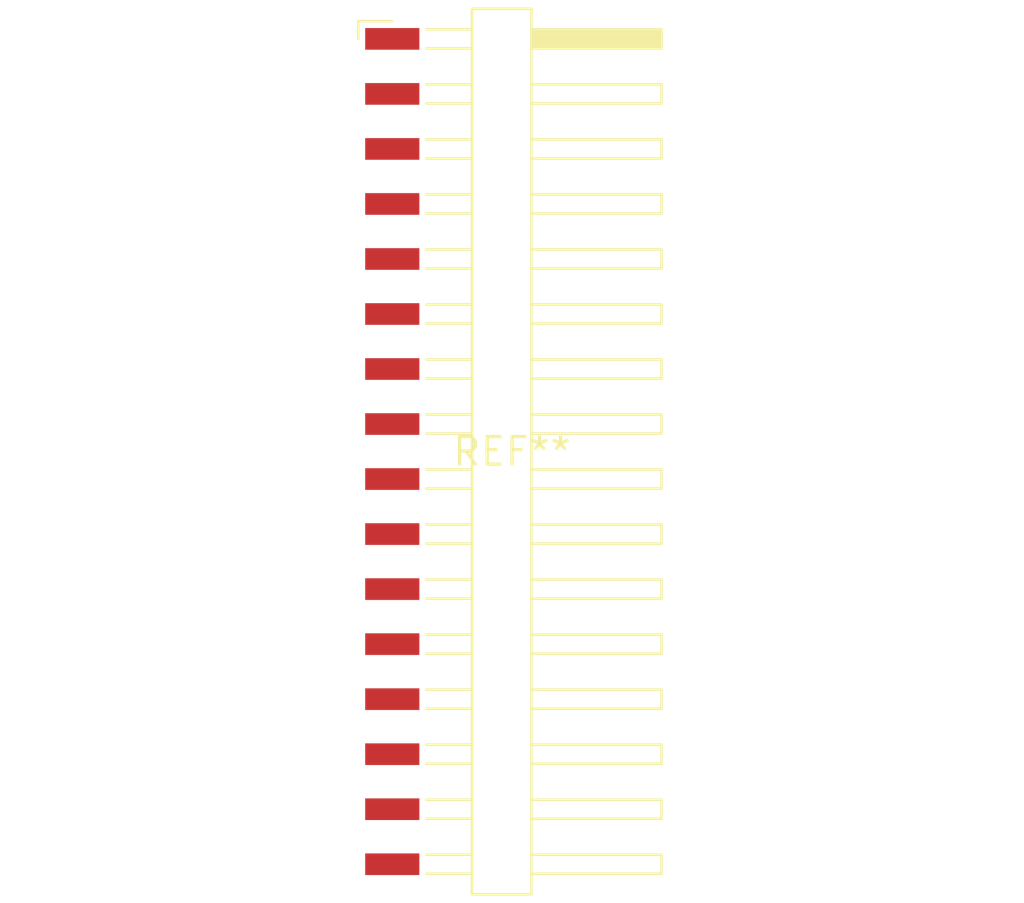
<source format=kicad_pcb>
(kicad_pcb (version 20240108) (generator pcbnew)
  (layers (0 "F.Cu" signal) (31 "B.Cu" signal) (34 "B.Paste" user) (35 "F.Paste" user) (36 "B.SilkS" user "B.Silkscreen") (37 "F.SilkS" user "F.Silkscreen") (38 "B.Mask" user) (39 "F.Mask" user) (44 "Edge.Cuts" user))
  (net 0 "")
  (footprint "Harwin_M20-89016xx_1x16_P2.54mm_Horizontal" (layer "F.Cu") (at 0 0)
    (property "Reference" "REF**")
    (property "Value" "Harwin_M20-89016xx_1x16_P2.54mm_Horizontal")
    (fp_line (start -7.095 -19.87) (end -5.525 -19.87) (layer "F.SilkS") (stroke (width 0.12)))
    (fp_line (start -7.095 -19.05) (end -7.095 -19.87) (layer "F.SilkS") (stroke (width 0.12)))
    (fp_line (start -3.955 -19.49) (end -1.845 -19.49) (layer "F.SilkS") (stroke (width 0.12)))
    (fp_line (start -3.955 -18.61) (end -1.845 -18.61) (layer "F.SilkS") (stroke (width 0.12)))
    (fp_line (start -3.955 -16.95) (end -1.845 -16.95) (layer "F.SilkS") (stroke (width 0.12)))
    (fp_line (start -3.955 -16.07) (end -1.845 -16.07) (layer "F.SilkS") (stroke (width 0.12)))
    (fp_line (start -3.955 -14.41) (end -1.845 -14.41) (layer "F.SilkS") (stroke (width 0.12)))
    (fp_line (start -3.955 -13.53) (end -1.845 -13.53) (layer "F.SilkS") (stroke (width 0.12)))
    (fp_line (start -3.955 -11.87) (end -1.845 -11.87) (layer "F.SilkS") (stroke (width 0.12)))
    (fp_line (start -3.955 -10.99) (end -1.845 -10.99) (layer "F.SilkS") (stroke (width 0.12)))
    (fp_line (start -3.955 -9.33) (end -1.845 -9.33) (layer "F.SilkS") (stroke (width 0.12)))
    (fp_line (start -3.955 -8.45) (end -1.845 -8.45) (layer "F.SilkS") (stroke (width 0.12)))
    (fp_line (start -3.955 -6.79) (end -1.845 -6.79) (layer "F.SilkS") (stroke (width 0.12)))
    (fp_line (start -3.955 -5.91) (end -1.845 -5.91) (layer "F.SilkS") (stroke (width 0.12)))
    (fp_line (start -3.955 -4.25) (end -1.845 -4.25) (layer "F.SilkS") (stroke (width 0.12)))
    (fp_line (start -3.955 -3.37) (end -1.845 -3.37) (layer "F.SilkS") (stroke (width 0.12)))
    (fp_line (start -3.955 -1.71) (end -1.845 -1.71) (layer "F.SilkS") (stroke (width 0.12)))
    (fp_line (start -3.955 -0.83) (end -1.845 -0.83) (layer "F.SilkS") (stroke (width 0.12)))
    (fp_line (start -3.955 0.83) (end -1.845 0.83) (layer "F.SilkS") (stroke (width 0.12)))
    (fp_line (start -3.955 1.71) (end -1.845 1.71) (layer "F.SilkS") (stroke (width 0.12)))
    (fp_line (start -3.955 3.37) (end -1.845 3.37) (layer "F.SilkS") (stroke (width 0.12)))
    (fp_line (start -3.955 4.25) (end -1.845 4.25) (layer "F.SilkS") (stroke (width 0.12)))
    (fp_line (start -3.955 5.91) (end -1.845 5.91) (layer "F.SilkS") (stroke (width 0.12)))
    (fp_line (start -3.955 6.79) (end -1.845 6.79) (layer "F.SilkS") (stroke (width 0.12)))
    (fp_line (start -3.955 8.45) (end -1.845 8.45) (layer "F.SilkS") (stroke (width 0.12)))
    (fp_line (start -3.955 9.33) (end -1.845 9.33) (layer "F.SilkS") (stroke (width 0.12)))
    (fp_line (start -3.955 10.99) (end -1.845 10.99) (layer "F.SilkS") (stroke (width 0.12)))
    (fp_line (start -3.955 11.87) (end -1.845 11.87) (layer "F.SilkS") (stroke (width 0.12)))
    (fp_line (start -3.955 13.53) (end -1.845 13.53) (layer "F.SilkS") (stroke (width 0.12)))
    (fp_line (start -3.955 14.41) (end -1.845 14.41) (layer "F.SilkS") (stroke (width 0.12)))
    (fp_line (start -3.955 16.07) (end -1.845 16.07) (layer "F.SilkS") (stroke (width 0.12)))
    (fp_line (start -3.955 16.95) (end -1.845 16.95) (layer "F.SilkS") (stroke (width 0.12)))
    (fp_line (start -3.955 18.61) (end -1.845 18.61) (layer "F.SilkS") (stroke (width 0.12)))
    (fp_line (start -3.955 19.49) (end -1.845 19.49) (layer "F.SilkS") (stroke (width 0.12)))
    (fp_line (start -1.845 -20.44) (end 0.895 -20.44) (layer "F.SilkS") (stroke (width 0.12)))
    (fp_line (start -1.845 20.44) (end -1.845 -20.44) (layer "F.SilkS") (stroke (width 0.12)))
    (fp_line (start 0.895 -20.44) (end 0.895 20.44) (layer "F.SilkS") (stroke (width 0.12)))
    (fp_line (start 0.895 -19.49) (end 6.895 -19.49) (layer "F.SilkS") (stroke (width 0.12)))
    (fp_line (start 0.895 -16.95) (end 6.895 -16.95) (layer "F.SilkS") (stroke (width 0.12)))
    (fp_line (start 0.895 -14.41) (end 6.895 -14.41) (layer "F.SilkS") (stroke (width 0.12)))
    (fp_line (start 0.895 -11.87) (end 6.895 -11.87) (layer "F.SilkS") (stroke (width 0.12)))
    (fp_line (start 0.895 -9.33) (end 6.895 -9.33) (layer "F.SilkS") (stroke (width 0.12)))
    (fp_line (start 0.895 -6.79) (end 6.895 -6.79) (layer "F.SilkS") (stroke (width 0.12)))
    (fp_line (start 0.895 -4.25) (end 6.895 -4.25) (layer "F.SilkS") (stroke (width 0.12)))
    (fp_line (start 0.895 -1.71) (end 6.895 -1.71) (layer "F.SilkS") (stroke (width 0.12)))
    (fp_line (start 0.895 0.83) (end 6.895 0.83) (layer "F.SilkS") (stroke (width 0.12)))
    (fp_line (start 0.895 3.37) (end 6.895 3.37) (layer "F.SilkS") (stroke (width 0.12)))
    (fp_line (start 0.895 5.91) (end 6.895 5.91) (layer "F.SilkS") (stroke (width 0.12)))
    (fp_line (start 0.895 8.45) (end 6.895 8.45) (layer "F.SilkS") (stroke (width 0.12)))
    (fp_line (start 0.895 10.99) (end 6.895 10.99) (layer "F.SilkS") (stroke (width 0.12)))
    (fp_line (start 0.895 13.53) (end 6.895 13.53) (layer "F.SilkS") (stroke (width 0.12)))
    (fp_line (start 0.895 16.07) (end 6.895 16.07) (layer "F.SilkS") (stroke (width 0.12)))
    (fp_line (start 0.895 18.61) (end 6.895 18.61) (layer "F.SilkS") (stroke (width 0.12)))
    (fp_line (start 0.895 20.44) (end -1.845 20.44) (layer "F.SilkS") (stroke (width 0.12)))
    (fp_line (start 6.895 -19.49) (end 6.895 -18.61) (layer "F.SilkS") (stroke (width 0.12)))
    (fp_line (start 6.895 -18.61) (end 0.895 -18.61) (layer "F.SilkS") (stroke (width 0.12)))
    (fp_line (start 6.895 -16.95) (end 6.895 -16.07) (layer "F.SilkS") (stroke (width 0.12)))
    (fp_line (start 6.895 -16.07) (end 0.895 -16.07) (layer "F.SilkS") (stroke (width 0.12)))
    (fp_line (start 6.895 -14.41) (end 6.895 -13.53) (layer "F.SilkS") (stroke (width 0.12)))
    (fp_line (start 6.895 -13.53) (end 0.895 -13.53) (layer "F.SilkS") (stroke (width 0.12)))
    (fp_line (start 6.895 -11.87) (end 6.895 -10.99) (layer "F.SilkS") (stroke (width 0.12)))
    (fp_line (start 6.895 -10.99) (end 0.895 -10.99) (layer "F.SilkS") (stroke (width 0.12)))
    (fp_line (start 6.895 -9.33) (end 6.895 -8.45) (layer "F.SilkS") (stroke (width 0.12)))
    (fp_line (start 6.895 -8.45) (end 0.895 -8.45) (layer "F.SilkS") (stroke (width 0.12)))
    (fp_line (start 6.895 -6.79) (end 6.895 -5.91) (layer "F.SilkS") (stroke (width 0.12)))
    (fp_line (start 6.895 -5.91) (end 0.895 -5.91) (layer "F.SilkS") (stroke (width 0.12)))
    (fp_line (start 6.895 -4.25) (end 6.895 -3.37) (layer "F.SilkS") (stroke (width 0.12)))
    (fp_line (start 6.895 -3.37) (end 0.895 -3.37) (layer "F.SilkS") (stroke (width 0.12)))
    (fp_line (start 6.895 -1.71) (end 6.895 -0.83) (layer "F.SilkS") (stroke (width 0.12)))
    (fp_line (start 6.895 -0.83) (end 0.895 -0.83) (layer "F.SilkS") (stroke (width 0.12)))
    (fp_line (start 6.895 0.83) (end 6.895 1.71) (layer "F.SilkS") (stroke (width 0.12)))
    (fp_line (start 6.895 1.71) (end 0.895 1.71) (layer "F.SilkS") (stroke (width 0.12)))
    (fp_line (start 6.895 3.37) (end 6.895 4.25) (layer "F.SilkS") (stroke (width 0.12)))
    (fp_line (start 6.895 4.25) (end 0.895 4.25) (layer "F.SilkS") (stroke (width 0.12)))
    (fp_line (start 6.895 5.91) (end 6.895 6.79) (layer "F.SilkS") (stroke (width 0.12)))
    (fp_line (start 6.895 6.79) (end 0.895 6.79) (layer "F.SilkS") (stroke (width 0.12)))
    (fp_line (start 6.895 8.45) (end 6.895 9.33) (layer "F.SilkS") (stroke (width 0.12)))
    (fp_line (start 6.895 9.33) (end 0.895 9.33) (layer "F.SilkS") (stroke (width 0.12)))
    (fp_line (start 6.895 10.99) (end 6.895 11.87) (layer "F.SilkS") (stroke (width 0.12)))
    (fp_line (start 6.895 11.87) (end 0.895 11.87) (layer "F.SilkS") (stroke (width 0.12)))
    (fp_line (start 6.895 13.53) (end 6.895 14.41) (layer "F.SilkS") (stroke (width 0.12)))
    (fp_line (start 6.895 14.41) (end 0.895 14.41) (layer "F.SilkS") (stroke (width 0.12)))
    (fp_line (start 6.895 16.07) (end 6.895 16.95) (layer "F.SilkS") (stroke (width 0.12)))
    (fp_line (start 6.895 16.95) (end 0.895 16.95) (layer "F.SilkS") (stroke (width 0.12)))
    (fp_line (start 6.895 18.61) (end 6.895 19.49) (layer "F.SilkS") (stroke (width 0.12)))
    (fp_line (start 6.895 19.49) (end 0.895 19.49) (layer "F.SilkS") (stroke (width 0.12)))
    (pad "" smd rect (at 3.895 -19.05) (size 6 0.76) (layers "F.SilkS"))
    (pad "1" smd rect (at -5.525 -19.05) (size 2.5 1) (layers "F.Cu" "F.Paste" "F.Mask"))
    (pad "2" smd rect (at -5.525 -16.51) (size 2.5 1) (layers "F.Cu" "F.Paste" "F.Mask"))
    (pad "3" smd rect (at -5.525 -13.97) (size 2.5 1) (layers "F.Cu" "F.Paste" "F.Mask"))
    (pad "4" smd rect (at -5.525 -11.43) (size 2.5 1) (layers "F.Cu" "F.Paste" "F.Mask"))
    (pad "5" smd rect (at -5.525 -8.89) (size 2.5 1) (layers "F.Cu" "F.Paste" "F.Mask"))
    (pad "6" smd rect (at -5.525 -6.35) (size 2.5 1) (layers "F.Cu" "F.Paste" "F.Mask"))
    (pad "7" smd rect (at -5.525 -3.81) (size 2.5 1) (layers "F.Cu" "F.Paste" "F.Mask"))
    (pad "8" smd rect (at -5.525 -1.27) (size 2.5 1) (layers "F.Cu" "F.Paste" "F.Mask"))
    (pad "9" smd rect (at -5.525 1.27) (size 2.5 1) (layers "F.Cu" "F.Paste" "F.Mask"))
    (pad "10" smd rect (at -5.525 3.81) (size 2.5 1) (layers "F.Cu" "F.Paste" "F.Mask"))
    (pad "11" smd rect (at -5.525 6.35) (size 2.5 1) (layers "F.Cu" "F.Paste" "F.Mask"))
    (pad "12" smd rect (at -5.525 8.89) (size 2.5 1) (layers "F.Cu" "F.Paste" "F.Mask"))
    (pad "13" smd rect (at -5.525 11.43) (size 2.5 1) (layers "F.Cu" "F.Paste" "F.Mask"))
    (pad "14" smd rect (at -5.525 13.97) (size 2.5 1) (layers "F.Cu" "F.Paste" "F.Mask"))
    (pad "15" smd rect (at -5.525 16.51) (size 2.5 1) (layers "F.Cu" "F.Paste" "F.Mask"))
    (pad "16" smd rect (at -5.525 19.05) (size 2.5 1) (layers "F.Cu" "F.Paste" "F.Mask"))
  )
)
</source>
